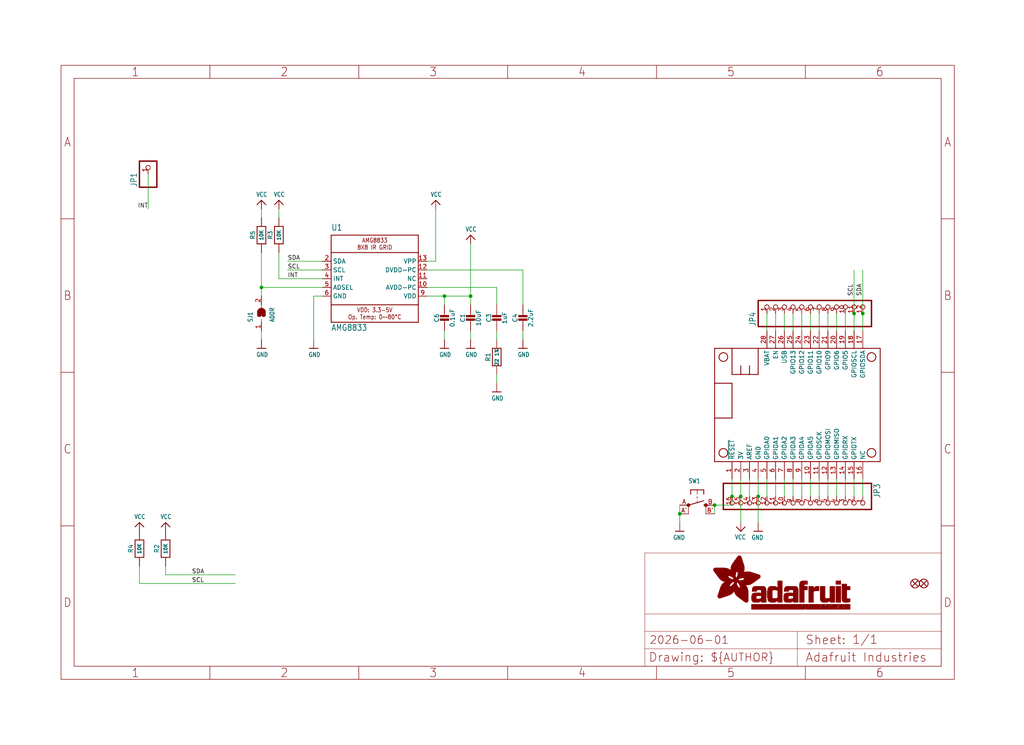
<source format=kicad_sch>
(kicad_sch (version 20230121) (generator eeschema)
  (paper "User" 298.45 217.322)
  (lib_symbols
    (symbol "working-eagle-import:AMG8833"
      (property "Reference" "U" (at -12.7 13.97 0))
      (symbol "AMG8833_1_0"
        (text "AMG8833\n8X8 IR GRID" (at 0 10.16 0) (effects (font (size 1.27 1.0795))))
        (text "VDD: 3.3-5V\nOp. Temp: 0~~80°C" (at 0 -10.16 0) (effects (font (size 1.27 1.0795))))
        (pin power_in line (at 15.24 -2.54 180) (length 2.54) (name "AVDD-PC") (number "10"))
        (pin bidirectional line (at 15.24 0 180) (length 2.54) (name "NC") (number "11"))
        (pin power_in line (at 15.24 2.54 180) (length 2.54) (name "DVDD-PC") (number "12"))
        (pin power_in line (at 15.24 5.08 180) (length 2.54) (name "VPP") (number "13"))
        (pin bidirectional line (at -15.24 5.08 0) (length 2.54) (name "SDA") (number "2"))
        (pin bidirectional line (at -15.24 2.54 0) (length 2.54) (name "SCL") (number "3"))
        (pin output line (at -15.24 0 0) (length 2.54) (name "INT") (number "4"))
        (pin input line (at -15.24 -2.54 0) (length 2.54) (name "ADSEL") (number "5"))
        (pin power_in line (at -15.24 -5.08 0) (length 2.54) (name "GND") (number "6"))
        (pin power_in line (at 15.24 -5.08 180) (length 2.54) (name "VDD") (number "9"))
      )
    )
    (symbol "working-eagle-import:CAP_CERAMIC0805-NOOUTLINE"
      (property "Reference" "C" (at -2.29 1.25 90))
      (symbol "CAP_CERAMIC0805-NOOUTLINE_1_0"
        (pin passive line (at 0 5.08 270) (length 2.54) (name "1") (number "1"))
        (pin passive line (at 0 -2.54 90) (length 2.54) (name "2") (number "2"))
      )
    )
    (symbol "working-eagle-import:FEATHERWING"
      (symbol "FEATHERWING_1_0"
        (pin input line (at 5.08 -5.08 90) (length 5.08) (name "~{RESET}") (number "1"))
        (pin bidirectional line (at 27.94 -5.08 90) (length 5.08) (name "GPIOA5") (number "10"))
        (pin bidirectional line (at 30.48 -5.08 90) (length 5.08) (name "GPIOSCK") (number "11"))
        (pin bidirectional line (at 33.02 -5.08 90) (length 5.08) (name "GPIOMOSI") (number "12"))
        (pin bidirectional line (at 35.56 -5.08 90) (length 5.08) (name "GPIOMISO") (number "13"))
        (pin bidirectional line (at 38.1 -5.08 90) (length 5.08) (name "GPIORX") (number "14"))
        (pin bidirectional line (at 40.64 -5.08 90) (length 5.08) (name "GPIOTX") (number "15"))
        (pin passive line (at 43.18 -5.08 90) (length 5.08) (name "NC") (number "16"))
        (pin bidirectional line (at 43.18 38.1 270) (length 5.08) (name "GPIOSDA") (number "17"))
        (pin bidirectional line (at 40.64 38.1 270) (length 5.08) (name "GPIOSCL") (number "18"))
        (pin bidirectional line (at 38.1 38.1 270) (length 5.08) (name "GPIO5") (number "19"))
        (pin power_in line (at 7.62 -5.08 90) (length 5.08) (name "3V") (number "2"))
        (pin bidirectional line (at 35.56 38.1 270) (length 5.08) (name "GPIO6") (number "20"))
        (pin bidirectional line (at 33.02 38.1 270) (length 5.08) (name "GPIO9") (number "21"))
        (pin bidirectional line (at 30.48 38.1 270) (length 5.08) (name "GPIO10") (number "22"))
        (pin bidirectional line (at 27.94 38.1 270) (length 5.08) (name "GPIO11") (number "23"))
        (pin bidirectional line (at 25.4 38.1 270) (length 5.08) (name "GPIO12") (number "24"))
        (pin bidirectional line (at 22.86 38.1 270) (length 5.08) (name "GPIO13") (number "25"))
        (pin power_in line (at 20.32 38.1 270) (length 5.08) (name "USB") (number "26"))
        (pin passive line (at 17.78 38.1 270) (length 5.08) (name "EN") (number "27"))
        (pin power_in line (at 15.24 38.1 270) (length 5.08) (name "VBAT") (number "28"))
        (pin passive line (at 10.16 -5.08 90) (length 5.08) (name "AREF") (number "3"))
        (pin power_in line (at 12.7 -5.08 90) (length 5.08) (name "GND") (number "4"))
        (pin bidirectional line (at 15.24 -5.08 90) (length 5.08) (name "GPIOA0") (number "5"))
        (pin bidirectional line (at 17.78 -5.08 90) (length 5.08) (name "GPIOA1") (number "6"))
        (pin bidirectional line (at 20.32 -5.08 90) (length 5.08) (name "GPIOA2") (number "7"))
        (pin bidirectional line (at 22.86 -5.08 90) (length 5.08) (name "GPIOA3") (number "8"))
        (pin bidirectional line (at 25.4 -5.08 90) (length 5.08) (name "GPIOA4") (number "9"))
      )
    )
    (symbol "working-eagle-import:FIDUCIAL{dblquote}{dblquote}")
    (symbol "working-eagle-import:FRAME_A4_ADAFRUIT"
      (symbol "FRAME_A4_ADAFRUIT_1_0"
        (text "${#}/${##}" (at 230.505 10.16 0) (effects (font (size 2.54 2.54)) (justify left bottom)))
        (text "${AUTHOR}" (at 189.23 5.08 0) (effects (font (size 2.286 2.286)) (justify left bottom)))
        (text "${CURRENT_DATE}" (at 171.45 10.16 0) (effects (font (size 2.286 2.286)) (justify left bottom)))
        (text "${PROJECTNAME}" (at 171.45 15.24 0) (effects (font (size 2.54 2.54)) (justify left bottom)))
        (text "1" (at 21.6958 1.905 0) (effects (font (size 2.54 2.286))))
        (text "1" (at 21.6958 177.165 0) (effects (font (size 2.54 2.286))))
        (text "2" (at 65.0875 1.905 0) (effects (font (size 2.54 2.286))))
        (text "2" (at 65.0875 177.165 0) (effects (font (size 2.54 2.286))))
        (text "3" (at 108.4792 1.905 0) (effects (font (size 2.54 2.286))))
        (text "3" (at 108.4792 177.165 0) (effects (font (size 2.54 2.286))))
        (text "4" (at 151.8708 1.905 0) (effects (font (size 2.54 2.286))))
        (text "4" (at 151.8708 177.165 0) (effects (font (size 2.54 2.286))))
        (text "5" (at 195.2625 1.905 0) (effects (font (size 2.54 2.286))))
        (text "5" (at 195.2625 177.165 0) (effects (font (size 2.54 2.286))))
        (text "6" (at 238.6542 1.905 0) (effects (font (size 2.54 2.286))))
        (text "6" (at 238.6542 177.165 0) (effects (font (size 2.54 2.286))))
        (text "A" (at 1.905 156.6863 0) (effects (font (size 2.54 2.286))))
        (text "A" (at 258.445 156.6863 0) (effects (font (size 2.54 2.286))))
        (text "Adafruit Industries" (at 216.916 4.953 0) (effects (font (size 2.54 2.54)) (justify left bottom)))
        (text "B" (at 1.905 111.9188 0) (effects (font (size 2.54 2.286))))
        (text "B" (at 258.445 111.9188 0) (effects (font (size 2.54 2.286))))
        (text "C" (at 1.905 67.1513 0) (effects (font (size 2.54 2.286))))
        (text "C" (at 258.445 67.1513 0) (effects (font (size 2.54 2.286))))
        (text "D" (at 1.905 22.3838 0) (effects (font (size 2.54 2.286))))
        (text "D" (at 258.445 22.3838 0) (effects (font (size 2.54 2.286))))
        (text "Drawing:" (at 171.196 4.953 0) (effects (font (size 2.54 2.54)) (justify left bottom)))
        (text "Sheet:" (at 216.916 10.033 0) (effects (font (size 2.54 2.54)) (justify left bottom)))
      )
    )
    (symbol "working-eagle-import:GND" (power)
      (property "Value" "GND" (at -1.524 -2.54 0))
      (symbol "GND_1_0"
        (pin power_in line (at 0 2.54 270) (length 2.54) (name "GND") (number "1"))
      )
    )
    (symbol "working-eagle-import:HEADER-1X12"
      (property "Reference" "JP" (at -6.35 18.415 0))
      (symbol "HEADER-1X12_1_0"
        (pin passive inverted (at -2.54 15.24 0) (length 2.54) (name "1") (number "1"))
        (pin passive inverted (at -2.54 -7.62 0) (length 2.54) (name "10") (number "10"))
        (pin passive inverted (at -2.54 -10.16 0) (length 2.54) (name "11") (number "11"))
        (pin passive inverted (at -2.54 -12.7 0) (length 2.54) (name "12") (number "12"))
        (pin passive inverted (at -2.54 12.7 0) (length 2.54) (name "2") (number "2"))
        (pin passive inverted (at -2.54 10.16 0) (length 2.54) (name "3") (number "3"))
        (pin passive inverted (at -2.54 7.62 0) (length 2.54) (name "4") (number "4"))
        (pin passive inverted (at -2.54 5.08 0) (length 2.54) (name "5") (number "5"))
        (pin passive inverted (at -2.54 2.54 0) (length 2.54) (name "6") (number "6"))
        (pin passive inverted (at -2.54 0 0) (length 2.54) (name "7") (number "7"))
        (pin passive inverted (at -2.54 -2.54 0) (length 2.54) (name "8") (number "8"))
        (pin passive inverted (at -2.54 -5.08 0) (length 2.54) (name "9") (number "9"))
      )
    )
    (symbol "working-eagle-import:HEADER-1X16ROUND"
      (property "Reference" "JP" (at -6.35 20.955 0))
      (symbol "HEADER-1X16ROUND_1_0"
        (pin passive inverted (at -2.54 17.78 0) (length 2.54) (name "1") (number "1"))
        (pin passive inverted (at -2.54 -5.08 0) (length 2.54) (name "10") (number "10"))
        (pin passive inverted (at -2.54 -7.62 0) (length 2.54) (name "11") (number "11"))
        (pin passive inverted (at -2.54 -10.16 0) (length 2.54) (name "12") (number "12"))
        (pin passive inverted (at -2.54 -12.7 0) (length 2.54) (name "13") (number "13"))
        (pin passive inverted (at -2.54 -15.24 0) (length 2.54) (name "14") (number "14"))
        (pin passive inverted (at -2.54 -17.78 0) (length 2.54) (name "15") (number "15"))
        (pin passive inverted (at -2.54 -20.32 0) (length 2.54) (name "16") (number "16"))
        (pin passive inverted (at -2.54 15.24 0) (length 2.54) (name "2") (number "2"))
        (pin passive inverted (at -2.54 12.7 0) (length 2.54) (name "3") (number "3"))
        (pin passive inverted (at -2.54 10.16 0) (length 2.54) (name "4") (number "4"))
        (pin passive inverted (at -2.54 7.62 0) (length 2.54) (name "5") (number "5"))
        (pin passive inverted (at -2.54 5.08 0) (length 2.54) (name "6") (number "6"))
        (pin passive inverted (at -2.54 2.54 0) (length 2.54) (name "7") (number "7"))
        (pin passive inverted (at -2.54 0 0) (length 2.54) (name "8") (number "8"))
        (pin passive inverted (at -2.54 -2.54 0) (length 2.54) (name "9") (number "9"))
      )
    )
    (symbol "working-eagle-import:HEADER-1X1ROUND"
      (property "Reference" "JP" (at -6.35 3.175 0))
      (symbol "HEADER-1X1ROUND_1_0"
        (pin passive inverted (at -2.54 0 0) (length 2.54) (name "1") (number "1"))
      )
    )
    (symbol "working-eagle-import:RESISTOR0805_NOOUTLINE"
      (property "Reference" "R" (at 0 2.54 0))
      (symbol "RESISTOR0805_NOOUTLINE_1_0"
        (pin passive line (at -5.08 0 0) (length 2.54) (name "1") (number "1"))
        (pin passive line (at 5.08 0 180) (length 2.54) (name "2") (number "2"))
      )
    )
    (symbol "working-eagle-import:SOLDERJUMPER"
      (property "Reference" "SJ" (at -2.54 2.54 0))
      (symbol "SOLDERJUMPER_1_0"
        (pin passive line (at -5.08 0 0) (length 2.54) (name "1") (number "1"))
        (pin passive line (at 5.08 0 180) (length 2.54) (name "2") (number "2"))
      )
    )
    (symbol "working-eagle-import:SWITCH_TACT_SMT4.6X2.8"
      (property "Reference" "SW" (at -2.54 6.35 0))
      (symbol "SWITCH_TACT_SMT4.6X2.8_1_0"
        (pin passive line (at -5.08 0 0) (length 2.54) (name "P") (number "A"))
        (pin passive line (at -5.08 -2.54 0) (length 2.54) (name "P1") (number "A'"))
        (pin passive line (at 5.08 0 180) (length 2.54) (name "S") (number "B"))
        (pin passive line (at 5.08 -2.54 180) (length 2.54) (name "S1") (number "B'"))
      )
    )
    (symbol "working-eagle-import:VCC" (power)
      (property "Value" "VCC" (at -1.524 1.016 0))
      (symbol "VCC_1_0"
        (pin power_in line (at 0 -2.54 90) (length 2.54) (name "VCC") (number "1"))
      )
    )
  )
  (junction (at 137.16 86.36))
  (junction (at 248.92 91.44))
  (junction (at 215.9 144.78))
  (junction (at 129.54 86.36))
  (junction (at 198.12 149.86))
  (junction (at 208.28 147.32))
  (junction (at 213.36 144.78))
  (junction (at 251.46 91.44))
  (junction (at 220.98 144.78))
  (junction (at 76.2 83.82))
  (wire (pts (xy 233.68 144.78) (xy 233.68 139.7)) (stroke (width 0.1524)))
  (wire (pts (xy 91.44 86.36) (xy 91.44 99.06)) (stroke (width 0.1524)))
  (wire (pts (xy 236.22 144.78) (xy 236.22 139.7)) (stroke (width 0.1524)))
  (wire (pts (xy 43.18 50.8) (xy 43.18 60.96)) (stroke (width 0.1524)))
  (wire (pts (xy 251.46 91.44) (xy 251.46 78.74)) (stroke (width 0.1524)))
  (wire (pts (xy 68.58 167.64) (xy 48.26 167.64)) (stroke (width 0.1524)))
  (wire (pts (xy 228.6 144.78) (xy 228.6 139.7)) (stroke (width 0.1524)))
  (wire (pts (xy 243.84 144.78) (xy 243.84 139.7)) (stroke (width 0.1524)))
  (wire (pts (xy 220.98 152.4) (xy 220.98 144.78)) (stroke (width 0.1524)))
  (wire (pts (xy 248.92 91.44) (xy 248.92 96.52)) (stroke (width 0.1524)))
  (wire (pts (xy 251.46 91.44) (xy 251.46 96.52)) (stroke (width 0.1524)))
  (wire (pts (xy 144.78 83.82) (xy 144.78 88.9)) (stroke (width 0.1524)))
  (wire (pts (xy 124.46 86.36) (xy 129.54 86.36)) (stroke (width 0.1524)))
  (wire (pts (xy 93.98 81.28) (xy 81.28 81.28)) (stroke (width 0.1524)))
  (wire (pts (xy 144.78 109.22) (xy 144.78 111.76)) (stroke (width 0.1524)))
  (wire (pts (xy 124.46 78.74) (xy 152.4 78.74)) (stroke (width 0.1524)))
  (wire (pts (xy 246.38 91.44) (xy 246.38 96.52)) (stroke (width 0.1524)))
  (wire (pts (xy 93.98 76.2) (xy 83.82 76.2)) (stroke (width 0.1524)))
  (wire (pts (xy 243.84 91.44) (xy 243.84 96.52)) (stroke (width 0.1524)))
  (wire (pts (xy 223.52 91.44) (xy 223.52 96.52)) (stroke (width 0.1524)))
  (wire (pts (xy 218.44 144.78) (xy 218.44 139.7)) (stroke (width 0.1524)))
  (wire (pts (xy 93.98 83.82) (xy 76.2 83.82)) (stroke (width 0.1524)))
  (wire (pts (xy 231.14 91.44) (xy 231.14 96.52)) (stroke (width 0.1524)))
  (wire (pts (xy 152.4 96.52) (xy 152.4 99.06)) (stroke (width 0.1524)))
  (wire (pts (xy 129.54 88.9) (xy 129.54 86.36)) (stroke (width 0.1524)))
  (wire (pts (xy 137.16 86.36) (xy 137.16 88.9)) (stroke (width 0.1524)))
  (wire (pts (xy 152.4 78.74) (xy 152.4 88.9)) (stroke (width 0.1524)))
  (wire (pts (xy 129.54 86.36) (xy 137.16 86.36)) (stroke (width 0.1524)))
  (wire (pts (xy 220.98 144.78) (xy 220.98 139.7)) (stroke (width 0.1524)))
  (wire (pts (xy 223.52 144.78) (xy 223.52 139.7)) (stroke (width 0.1524)))
  (wire (pts (xy 198.12 149.86) (xy 198.12 152.4)) (stroke (width 0.1524)))
  (wire (pts (xy 213.36 147.32) (xy 213.36 144.78)) (stroke (width 0.1524)))
  (wire (pts (xy 93.98 78.74) (xy 83.82 78.74)) (stroke (width 0.1524)))
  (wire (pts (xy 226.06 91.44) (xy 226.06 96.52)) (stroke (width 0.1524)))
  (wire (pts (xy 238.76 91.44) (xy 238.76 96.52)) (stroke (width 0.1524)))
  (wire (pts (xy 208.28 147.32) (xy 213.36 147.32)) (stroke (width 0.1524)))
  (wire (pts (xy 198.12 147.32) (xy 198.12 149.86)) (stroke (width 0.1524)))
  (wire (pts (xy 40.64 170.18) (xy 40.64 165.1)) (stroke (width 0.1524)))
  (wire (pts (xy 68.58 170.18) (xy 40.64 170.18)) (stroke (width 0.1524)))
  (wire (pts (xy 251.46 144.78) (xy 251.46 139.7)) (stroke (width 0.1524)))
  (wire (pts (xy 241.3 144.78) (xy 241.3 139.7)) (stroke (width 0.1524)))
  (wire (pts (xy 137.16 96.52) (xy 137.16 99.06)) (stroke (width 0.1524)))
  (wire (pts (xy 215.9 152.4) (xy 215.9 144.78)) (stroke (width 0.1524)))
  (wire (pts (xy 231.14 144.78) (xy 231.14 139.7)) (stroke (width 0.1524)))
  (wire (pts (xy 76.2 96.52) (xy 76.2 99.06)) (stroke (width 0.1524)))
  (wire (pts (xy 213.36 144.78) (xy 213.36 139.7)) (stroke (width 0.1524)))
  (wire (pts (xy 76.2 63.5) (xy 76.2 60.96)) (stroke (width 0.1524)))
  (wire (pts (xy 81.28 81.28) (xy 81.28 73.66)) (stroke (width 0.1524)))
  (wire (pts (xy 238.76 144.78) (xy 238.76 139.7)) (stroke (width 0.1524)))
  (wire (pts (xy 129.54 99.06) (xy 129.54 96.52)) (stroke (width 0.1524)))
  (wire (pts (xy 248.92 144.78) (xy 248.92 139.7)) (stroke (width 0.1524)))
  (wire (pts (xy 144.78 96.52) (xy 144.78 99.06)) (stroke (width 0.1524)))
  (wire (pts (xy 241.3 91.44) (xy 241.3 96.52)) (stroke (width 0.1524)))
  (wire (pts (xy 76.2 83.82) (xy 76.2 86.36)) (stroke (width 0.1524)))
  (wire (pts (xy 236.22 91.44) (xy 236.22 96.52)) (stroke (width 0.1524)))
  (wire (pts (xy 246.38 144.78) (xy 246.38 139.7)) (stroke (width 0.1524)))
  (wire (pts (xy 137.16 86.36) (xy 137.16 71.12)) (stroke (width 0.1524)))
  (wire (pts (xy 226.06 144.78) (xy 226.06 139.7)) (stroke (width 0.1524)))
  (wire (pts (xy 127 76.2) (xy 127 60.96)) (stroke (width 0.1524)))
  (wire (pts (xy 48.26 167.64) (xy 48.26 165.1)) (stroke (width 0.1524)))
  (wire (pts (xy 233.68 91.44) (xy 233.68 96.52)) (stroke (width 0.1524)))
  (wire (pts (xy 124.46 83.82) (xy 144.78 83.82)) (stroke (width 0.1524)))
  (wire (pts (xy 228.6 91.44) (xy 228.6 96.52)) (stroke (width 0.1524)))
  (wire (pts (xy 215.9 144.78) (xy 215.9 139.7)) (stroke (width 0.1524)))
  (wire (pts (xy 208.28 147.32) (xy 208.28 149.86)) (stroke (width 0.1524)))
  (wire (pts (xy 76.2 83.82) (xy 76.2 73.66)) (stroke (width 0.1524)))
  (wire (pts (xy 81.28 63.5) (xy 81.28 60.96)) (stroke (width 0.1524)))
  (wire (pts (xy 124.46 76.2) (xy 127 76.2)) (stroke (width 0.1524)))
  (wire (pts (xy 93.98 86.36) (xy 91.44 86.36)) (stroke (width 0.1524)))
  (wire (pts (xy 248.92 78.74) (xy 248.92 91.44)) (stroke (width 0.1524)))
  (label "SCL" (at 83.82 78.74 0) (effects (font (size 1.2446 1.2446))))
  (label "INT" (at 43.18 60.96 180) (effects (font (size 1.2446 1.2446))))
  (label "SDA" (at 83.82 76.2 0) (effects (font (size 1.2446 1.2446))))
  (label "SCL" (at 248.92 86.36 90) (effects (font (size 1.2446 1.2446))))
  (label "SCL" (at 55.88 170.18 0) (effects (font (size 1.2446 1.2446))))
  (label "SDA" (at 251.46 86.36 90) (effects (font (size 1.2446 1.2446))))
  (label "INT" (at 83.82 81.28 0) (effects (font (size 1.2446 1.2446))))
  (label "SDA" (at 55.88 167.64 0) (effects (font (size 1.2446 1.2446))))
  (symbol (lib_id "working-eagle-import:CAP_CERAMIC0805-NOOUTLINE") (at 144.78 93.98 0) (unit 1)
    (property "Reference" "C3" (at 142.49 92.73 90))
    (property "Value" "1uF" (at 147.08 92.73 90))
    (property "Footprint" "working:0805-NO" (effects hide))
  )
  (symbol (lib_id "working-eagle-import:VCC") (at 48.26 152.4 0) (unit 1)
    (property "Reference" "#P+10" (effects hide))
    (property "Value" "VCC" (at 46.736 151.384 0) (effects (font (size 1.27 1.0795)) (justify left bottom)))
  )
  (symbol (lib_id "working-eagle-import:GND") (at 144.78 114.3 0) (unit 1)
    (property "Reference" "#U$7" (effects hide))
    (property "Value" "GND" (at 143.256 116.84 0) (effects (font (size 1.27 1.0795)) (justify left bottom)))
  )
  (symbol (lib_id "working-eagle-import:GND") (at 76.2 101.6 0) (unit 1)
    (property "Reference" "#U$5" (effects hide))
    (property "Value" "GND" (at 74.676 104.14 0) (effects (font (size 1.27 1.0795)) (justify left bottom)))
  )
  (symbol (lib_id "working-eagle-import:CAP_CERAMIC0805-NOOUTLINE") (at 152.4 93.98 0) (unit 1)
    (property "Reference" "C4" (at 150.11 92.73 90))
    (property "Value" "2.2uF" (at 154.7 92.73 90))
    (property "Footprint" "working:0805-NO" (effects hide))
  )
  (symbol (lib_id "working-eagle-import:CAP_CERAMIC0805-NOOUTLINE") (at 129.54 93.98 0) (unit 1)
    (property "Reference" "C6" (at 127.25 92.73 90))
    (property "Value" "0.1uF" (at 131.84 92.73 90))
    (property "Footprint" "working:0805-NO" (effects hide))
  )
  (symbol (lib_id "working-eagle-import:VCC") (at 40.64 152.4 0) (unit 1)
    (property "Reference" "#P+11" (effects hide))
    (property "Value" "VCC" (at 39.116 151.384 0) (effects (font (size 1.27 1.0795)) (justify left bottom)))
  )
  (symbol (lib_id "working-eagle-import:GND") (at 152.4 101.6 0) (unit 1)
    (property "Reference" "#U$9" (effects hide))
    (property "Value" "GND" (at 150.876 104.14 0) (effects (font (size 1.27 1.0795)) (justify left bottom)))
  )
  (symbol (lib_id "working-eagle-import:SOLDERJUMPER") (at 76.2 91.44 90) (unit 1)
    (property "Reference" "SJ1" (at 73.66 93.98 0) (effects (font (size 1.27 1.0795)) (justify left bottom)))
    (property "Value" "ADDR" (at 80.01 93.98 0) (effects (font (size 1.27 1.0795)) (justify left bottom)))
    (property "Footprint" "working:SOLDERJUMPER_ARROW_NOPASTE" (effects hide))
  )
  (symbol (lib_id "working-eagle-import:GND") (at 198.12 154.94 0) (mirror y) (unit 1)
    (property "Reference" "#U$13" (effects hide))
    (property "Value" "GND" (at 199.644 157.48 0) (effects (font (size 1.27 1.0795)) (justify left bottom)))
  )
  (symbol (lib_id "working-eagle-import:HEADER-1X16ROUND") (at 233.68 147.32 270) (unit 1)
    (property "Reference" "JP3" (at 254.635 140.97 0) (effects (font (size 1.778 1.5113)) (justify left bottom)))
    (property "Value" "HEADER-1X16ROUND" (effects hide))
    (property "Footprint" "working:1X16_ROUND" (effects hide))
  )
  (symbol (lib_id "working-eagle-import:VCC") (at 137.16 68.58 0) (unit 1)
    (property "Reference" "#P+5" (effects hide))
    (property "Value" "VCC" (at 135.636 67.564 0) (effects (font (size 1.27 1.0795)) (justify left bottom)))
  )
  (symbol (lib_id "working-eagle-import:RESISTOR0805_NOOUTLINE") (at 48.26 160.02 90) (unit 1)
    (property "Reference" "R2" (at 45.72 160.02 0))
    (property "Value" "10K" (at 48.26 160.02 0) (effects (font (size 1.016 1.016) bold)))
    (property "Footprint" "working:0805-NO" (effects hide))
  )
  (symbol (lib_id "working-eagle-import:VCC") (at 81.28 58.42 0) (unit 1)
    (property "Reference" "#P+3" (effects hide))
    (property "Value" "VCC" (at 79.756 57.404 0) (effects (font (size 1.27 1.0795)) (justify left bottom)))
  )
  (symbol (lib_id "working-eagle-import:HEADER-1X12") (at 238.76 88.9 90) (unit 1)
    (property "Reference" "JP4" (at 220.345 95.25 0) (effects (font (size 1.778 1.5113)) (justify left bottom)))
    (property "Value" "HEADER-1X12" (effects hide))
    (property "Footprint" "working:1X12_ROUND" (effects hide))
  )
  (symbol (lib_id "working-eagle-import:FIDUCIAL{dblquote}{dblquote}") (at 266.7 170.18 0) (unit 1)
    (property "Reference" "FID2" (effects hide))
    (property "Value" "FIDUCIAL{dblquote}{dblquote}" (effects hide))
    (property "Footprint" "working:FIDUCIAL_1MM" (effects hide))
  )
  (symbol (lib_id "working-eagle-import:GND") (at 137.16 101.6 0) (unit 1)
    (property "Reference" "#U$8" (effects hide))
    (property "Value" "GND" (at 135.636 104.14 0) (effects (font (size 1.27 1.0795)) (justify left bottom)))
  )
  (symbol (lib_id "working-eagle-import:FRAME_A4_ADAFRUIT") (at 17.78 198.12 0) (unit 1)
    (property "Reference" "#U$1" (effects hide))
    (property "Value" "FRAME_A4_ADAFRUIT" (effects hide))
  )
  (symbol (lib_id "working-eagle-import:VCC") (at 215.9 154.94 180) (unit 1)
    (property "Reference" "#P+1" (effects hide))
    (property "Value" "VCC" (at 217.424 155.956 0) (effects (font (size 1.27 1.0795)) (justify left bottom)))
  )
  (symbol (lib_id "working-eagle-import:FEATHERWING") (at 208.28 134.62 0) (unit 1)
    (property "Reference" "MS1" (effects hide))
    (property "Value" "FEATHERWING" (effects hide))
    (property "Footprint" "working:FEATHERWING" (effects hide))
  )
  (symbol (lib_id "working-eagle-import:GND") (at 91.44 101.6 0) (unit 1)
    (property "Reference" "#U$6" (effects hide))
    (property "Value" "GND" (at 89.916 104.14 0) (effects (font (size 1.27 1.0795)) (justify left bottom)))
  )
  (symbol (lib_id "working-eagle-import:AMG8833") (at 109.22 81.28 0) (unit 1)
    (property "Reference" "U1" (at 96.52 67.31 0) (effects (font (size 1.778 1.5113)) (justify left bottom)))
    (property "Value" "AMG8833" (at 96.52 96.52 0) (effects (font (size 1.778 1.5113)) (justify left bottom)))
    (property "Footprint" "working:AMG8833" (effects hide))
  )
  (symbol (lib_id "working-eagle-import:SWITCH_TACT_SMT4.6X2.8") (at 203.2 147.32 0) (unit 1)
    (property "Reference" "SW1" (at 200.66 140.97 0) (effects (font (size 1.27 1.0795)) (justify left bottom)))
    (property "Value" "SWITCH_TACT_SMT4.6X2.8" (effects hide))
    (property "Footprint" "working:BTN_KMR2_4.6X2.8" (effects hide))
  )
  (symbol (lib_id "working-eagle-import:RESISTOR0805_NOOUTLINE") (at 40.64 160.02 90) (unit 1)
    (property "Reference" "R4" (at 38.1 160.02 0))
    (property "Value" "10K" (at 40.64 160.02 0) (effects (font (size 1.016 1.016) bold)))
    (property "Footprint" "working:0805-NO" (effects hide))
  )
  (symbol (lib_id "working-eagle-import:CAP_CERAMIC0805-NOOUTLINE") (at 137.16 93.98 0) (unit 1)
    (property "Reference" "C1" (at 134.87 92.73 90))
    (property "Value" "10uF" (at 139.46 92.73 90))
    (property "Footprint" "working:0805-NO" (effects hide))
  )
  (symbol (lib_id "working-eagle-import:GND") (at 220.98 154.94 0) (mirror y) (unit 1)
    (property "Reference" "#U$47" (effects hide))
    (property "Value" "GND" (at 222.504 157.48 0) (effects (font (size 1.27 1.0795)) (justify left bottom)))
  )
  (symbol (lib_id "working-eagle-import:VCC") (at 76.2 58.42 0) (unit 1)
    (property "Reference" "#P+2" (effects hide))
    (property "Value" "VCC" (at 74.676 57.404 0) (effects (font (size 1.27 1.0795)) (justify left bottom)))
  )
  (symbol (lib_id "working-eagle-import:GND") (at 129.54 101.6 0) (unit 1)
    (property "Reference" "#U$26" (effects hide))
    (property "Value" "GND" (at 128.016 104.14 0) (effects (font (size 1.27 1.0795)) (justify left bottom)))
  )
  (symbol (lib_id "working-eagle-import:RESISTOR0805_NOOUTLINE") (at 81.28 68.58 90) (unit 1)
    (property "Reference" "R3" (at 78.74 68.58 0))
    (property "Value" "10K" (at 81.28 68.58 0) (effects (font (size 1.016 1.016) bold)))
    (property "Footprint" "working:0805-NO" (effects hide))
  )
  (symbol (lib_id "working-eagle-import:FIDUCIAL{dblquote}{dblquote}") (at 269.24 170.18 0) (unit 1)
    (property "Reference" "FID1" (effects hide))
    (property "Value" "FIDUCIAL{dblquote}{dblquote}" (effects hide))
    (property "Footprint" "working:FIDUCIAL_1MM" (effects hide))
  )
  (symbol (lib_id "working-eagle-import:RESISTOR0805_NOOUTLINE") (at 144.78 104.14 90) (unit 1)
    (property "Reference" "R1" (at 142.24 104.14 0))
    (property "Value" "22 1%" (at 144.78 104.14 0) (effects (font (size 1.016 1.016) bold)))
    (property "Footprint" "working:0805-NO" (effects hide))
  )
  (symbol (lib_id "working-eagle-import:RESISTOR0805_NOOUTLINE") (at 76.2 68.58 90) (unit 1)
    (property "Reference" "R5" (at 73.66 68.58 0))
    (property "Value" "10K" (at 76.2 68.58 0) (effects (font (size 1.016 1.016) bold)))
    (property "Footprint" "working:0805-NO" (effects hide))
  )
  (symbol (lib_id "working-eagle-import:HEADER-1X1ROUND") (at 43.18 48.26 90) (unit 1)
    (property "Reference" "JP1" (at 40.005 54.61 0) (effects (font (size 1.778 1.5113)) (justify left bottom)))
    (property "Value" "HEADER-1X1ROUND" (effects hide))
    (property "Footprint" "working:1X01_ROUND" (effects hide))
  )
  (symbol (lib_id "working-eagle-import:VCC") (at 127 58.42 0) (unit 1)
    (property "Reference" "#P+4" (effects hide))
    (property "Value" "VCC" (at 125.476 57.404 0) (effects (font (size 1.27 1.0795)) (justify left bottom)))
  )
)
</source>
